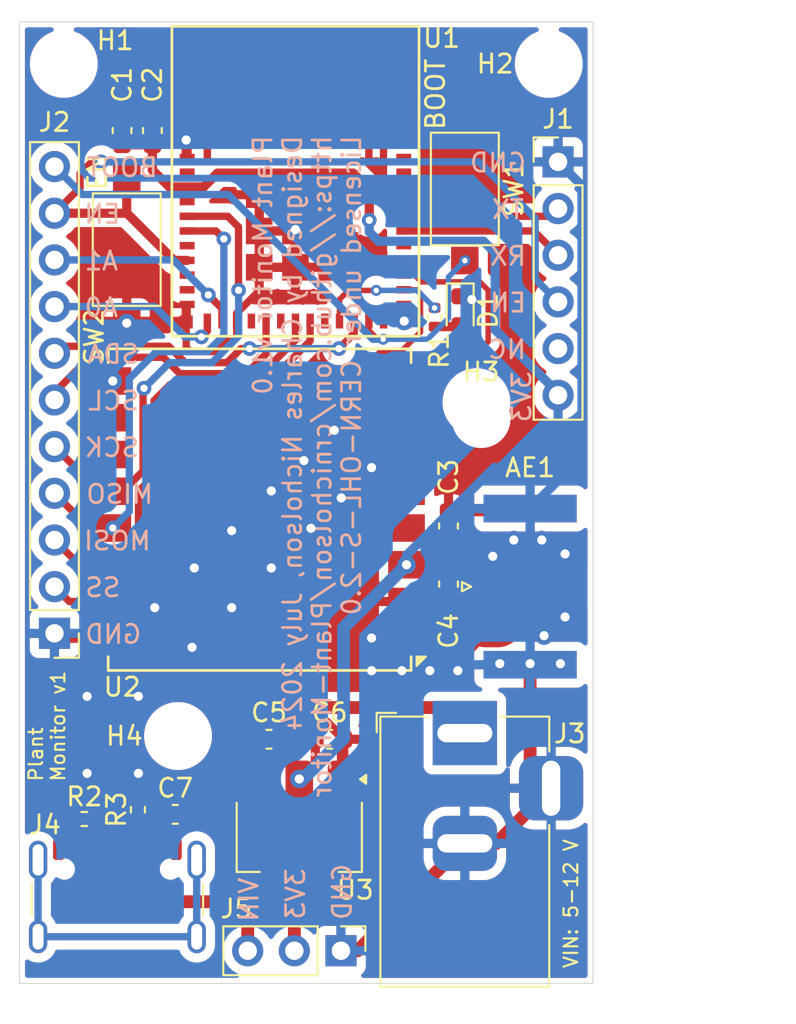
<source format=kicad_pcb>
(kicad_pcb (version 20240108) (generator "pcbnew") (generator_version "8.0")
  (layers (0 "F.Cu" signal) (31 "B.Cu" signal) (34 "B.Paste" user) (35 "F.Paste" user) (36 "B.SilkS" user "B.Silkscreen") (37 "F.SilkS" user "F.Silkscreen") (38 "B.Mask" user) (39 "F.Mask" user) (44 "Edge.Cuts" user))
  (net 0 "")
  (net 1 "VCC")
  (net 2 "GND")
  (net 3 "+3.3V")
  (net 4 "Net-(D2-A)")
  (net 6 "TX")
  (net 7 "EN")
  (net 8 "RX")
  (net 9 "SCK")
  (net 10 "A0")
  (net 11 "BOOT")
  (net 12 "SCL")
  (net 13 "SS")
  (net 14 "A1")
  (net 15 "MISO")
  (net 16 "MOSI")
  (net 17 "SDA")
  (net 18 "unconnected-(J4-SHIELD-PadS1)")
  (net 20 "D+")
  (net 21 "D-")
  (net 23 "Net-(J4-CC2)")
  (net 24 "Net-(J4-CC1)")
  (net 25 "D7")
  (net 43 "LORA_RST")
  (net 47 "DIO0")
  (net 49 "Net-(AE2-A)")
  (footprint "Resistor_SMD:R_0402_1005Metric" (layer "F.Cu") (at 198.474 130.627 90)
    (property "Reference" "R3")
    (property "Value" "5.1 K")
  )
  (footprint "Connector_Coaxial:SMA_Amphenol_132289_EdgeMount" (layer "F.Cu") (at 219.837 118.491)
    (property "Reference" "AE1")
    (property "Value" "Antenna")
  )
  (footprint "LED_SMD:LED_0603_1608Metric" (layer "F.Cu") (at 216.027 103.4795 -90)
    (property "Reference" "D1")
    (property "Value" "RED")
  )
  (footprint "Capacitor_SMD:C_0603_1608Metric" (layer "F.Cu") (at 215.392 118.351 -90)
    (property "Reference" "C4")
    (property "Value" "100 nF")
  )
  (footprint "ESP32-C3-MINI-1-N4:ESP32-C3-MINI-1_EXP" (layer "F.Cu") (at 207.0544 96.4317)
    (property "Reference" "U1")
    (property "Value" "ESP32-C3-MINI-1-N4")
  )
  (footprint "Connector_PinHeader_2.54mm:PinHeader_1x03_P2.54mm_Vertical" (layer "F.Cu") (at 209.535 138.303 -90)
    (property "Reference" "J5")
    (property "Value" "Power")
  )
  (footprint "Capacitor_SMD:C_0603_1608Metric" (layer "F.Cu") (at 199.263 93.675 90)
    (property "Reference" "C2")
    (property "Value" "100 nF")
  )
  (footprint "MountingHole:MountingHole_3.2mm_M3" (layer "F.Cu") (at 200.66 126.619)
    (property "Reference" "H4")
    (property "Value" "Hole")
  )
  (footprint "Resistor_SMD:R_0402_1005Metric" (layer "F.Cu") (at 214.63 103.833 90)
    (property "Reference" "R1")
    (property "Value" "1 K")
  )
  (footprint "MountingHole:MountingHole_3.2mm_M3" (layer "F.Cu") (at 194.437 90.043)
    (property "Reference" "H1")
    (property "Value" "Hole")
  )
  (footprint "Resistor_SMD:R_0402_1005Metric" (layer "F.Cu") (at 195.553 131.135 180)
    (property "Reference" "R2")
    (property "Value" "5.1 K")
  )
  (footprint "Capacitor_SMD:C_0603_1608Metric" (layer "F.Cu") (at 197.612 93.675 90)
    (property "Reference" "C1")
    (property "Value" "10 uF")
  )
  (footprint "Connector_PinHeader_2.54mm:PinHeader_1x11_P2.54mm_Vertical" (layer "F.Cu") (at 193.929 121.031 180)
    (property "Reference" "J2")
    (property "Value" "Header")
  )
  (footprint "Capacitor_SMD:C_0603_1608Metric" (layer "F.Cu") (at 205.613 126.796 180)
    (property "Reference" "C5")
    (property "Value" "10 uF")
  )
  (footprint "MountingHole:MountingHole_3.2mm_M3" (layer "F.Cu") (at 217.17 109.347)
    (property "Reference" "H3")
    (property "Value" "Hole")
  )
  (footprint "Button_Switch_SMD:SW_SPST_CK_RS282G05A3" (layer "F.Cu") (at 216.281 96.85 -90)
    (property "Reference" "SW1")
    (property "Value" "Boot")
  )
  (footprint "Capacitor_SMD:C_0603_1608Metric" (layer "F.Cu") (at 200.506 130.881)
    (property "Reference" "C7")
    (property "Value" "100 nF")
  )
  (footprint "Button_Switch_SMD:SW_SPST_CK_RS282G05A3" (layer "F.Cu") (at 197.866 100.152 90)
    (property "Reference" "SW2")
    (property "Value" "EN")
  )
  (footprint "Capacitor_SMD:C_0603_1608Metric" (layer "F.Cu") (at 215.392 115.189 90)
    (property "Reference" "C3")
    (property "Value" "10 uF")
  )
  (footprint "Package_TO_SOT_SMD:SOT-223-3_TabPin2" (layer "F.Cu") (at 207.264 132.105 -90)
    (property "Reference" "U3")
    (property "Value" "AMS1117-3.3")
  )
  (footprint "Connector_USB:USB_C_Receptacle_GCT_USB4105-xx-A_16P_TopMnt_Horizontal" (layer "F.Cu") (at 197.356 136.466)
    (property "Reference" "J4")
    (property "Value" "USB-C")
  )
  (footprint "Capacitor_SMD:C_0603_1608Metric" (layer "F.Cu") (at 208.915 126.796)
    (property "Reference" "C6")
    (property "Value" "100 nF")
  )
  (footprint "RF_Module:Ai-Thinker-Ra-01-LoRa" (layer "F.Cu") (at 205.105 114.3 180)
    (property "Reference" "U2")
    (property "Value" "Ra-01")
  )
  (footprint "Connector_BarrelJack:BarrelJack_Horizontal" (layer "F.Cu") (at 216.281 126.461 90)
    (property "Reference" "J3")
    (property "Value" "5-12 V")
  )
  (footprint "Connector_PinHeader_2.54mm:PinHeader_1x06_P2.54mm_Vertical" (layer "F.Cu") (at 221.361 95.377)
    (property "Reference" "J1")
    (property "Value" "FTDI")
  )
  (footprint "MountingHole:MountingHole_3.2mm_M3" (layer "F.Cu") (at 220.853 90.043)
    (property "Reference" "H2")
    (property "Value" "Hole")
  )
  (gr_line (start 192.024 87.757) (end 223.266 87.757) (stroke (width 0.05)) (layer "Edge.Cuts"))
  (gr_line (start 223.266 87.757) (end 223.266 140.081) (stroke (width 0.05)) (layer "Edge.Cuts"))
  (gr_line (start 223.266 140.081) (end 192.024 140.081) (stroke (width 0.05)) (layer "Edge.Cuts"))
  (gr_line (start 192.024 140.081) (end 192.024 87.757) (stroke (width 0.05)) (layer "Edge.Cuts"))
  (gr_text "RX" (at 219.71 101.092 0) (layer "B.SilkS") (effects (font (size 1 1)) (justify left bottom mirror)))
  (gr_text "MISO" (at 199.39 114.046 0) (layer "B.SilkS") (effects (font (size 1 1)) (justify left bottom mirror)))
  (gr_text "3V3" (at 207.645 133.731 90) (layer "B.SilkS") (effects (font (size 1 1)) (justify left bottom mirror)))
  (gr_text "SCK" (at 198.628 111.506 0) (layer "B.SilkS") (effects (font (size 1 1)) (justify left bottom mirror)))
  (gr_text "A0" (at 197.485 103.886 0) (layer "B.SilkS") (effects (font (size 1 1)) (justify left bottom mirror)))
  (gr_text "BOOT\n" (at 199.644 96.266 0) (layer "B.SilkS") (effects (font (size 1 1)) (justify left bottom mirror)))
  (gr_text "EN" (at 219.71 103.632 0) (layer "B.SilkS") (effects (font (size 1 1)) (justify left bottom mirror)))
  (gr_text "EN" (at 197.612 98.806 -0) (layer "B.SilkS") (effects (font (size 1 1)) (justify left bottom mirror)))
  (gr_text "VIN" (at 205.105 134.239 90) (layer "B.SilkS") (effects (font (size 1 1)) (justify left bottom mirror)))
  (gr_text "SCL" (at 198.628 108.966 0) (layer "B.SilkS") (effects (font (size 1 1)) (justify left bottom mirror)))
  (gr_text "TX" (at 219.583 98.552 0) (layer "B.SilkS") (effects (font (size 1 1)) (justify left bottom mirror)))
  (gr_text "GND\n" (at 198.755 121.666 0) (layer "B.SilkS") (effects (font (size 1 1)) (justify left bottom mirror)))
  (gr_text "MOSI\n" (at 199.263 116.586 0) (layer "B.SilkS") (effects (font (size 1 1)) (justify left bottom mirror)))
  (gr_text "SDA\n" (at 198.628 106.426 0) (layer "B.SilkS") (effects (font (size 1 1)) (justify left bottom mirror)))
  (gr_text "NC" (at 219.71 106.172 0) (layer "B.SilkS") (effects (font (size 1 1)) (justify left bottom mirror)))
  (gr_text "A1\n" (at 197.485 101.346 0) (layer "B.SilkS") (effects (font (size 1 1)) (justify left bottom mirror)))
  (gr_text "GND" (at 219.71 96.012 0) (layer "B.SilkS") (effects (font (size 1 1)) (justify left bottom mirror)))
  (gr_text "GND" (at 210.185 133.477 90) (layer "B.SilkS") (effects (font (size 1 1)) (justify left bottom mirror)))
  (gr_text "SS" (at 197.612 119.126 0) (layer "B.SilkS") (effects (font (size 1 1)) (justify left bottom mirror)))
  (gr_text "3V3" (at 219.964 106.68 90) (layer "B.SilkS") (effects (font (size 1 1)) (justify left bottom mirror)))
  (gr_text "Plant Monitor v1.0\nDesigned by Charles Nicholson, July 2024\nhttps://github.com/crnicholson/Plant-Monitor\nLicensed under CERN-OHL-S-2.0" (at 210.693 93.853 90) (layer "B.SilkS") (effects (font (size 1 1)) (justify left bottom mirror)))
  (gr_text "BOOT" (at 215.265 93.726 90) (layer "F.SilkS") (effects (font (size 1 1)) (justify left bottom)))
  (gr_text "EN" (at 196.85 97.028 90) (layer "F.SilkS") (effects (font (size 1 1)) (justify left bottom)))
  (gr_text "Plant \nMonitor v1" (at 194.564 129.159 90) (layer "F.SilkS") (effects (font (size 0.75 0.75) (thickness 0.12)) (justify left bottom)))
  (gr_text "VIN: 5-12 V" (at 222.504 139.319 90) (layer "F.SilkS") (effects (font (size 0.75 0.75) (thickness 0.12)) (justify left bottom)))
  (segment (start 195.935 134.311) (end 195.426 133.802) (width 0.5) (layer "F.Cu") (net 1))
  (segment (start 199.756 130.906) (end 199.731 130.881) (width 0.5) (layer "F.Cu") (net 1))
  (segment (start 194.956 133.325695) (end 195.426 133.795695) (width 0.3) (layer "F.Cu") (net 1))
  (segment (start 204.838 126.796) (end 204.838 128.829) (width 0.5) (layer "F.Cu") (net 1))
  (segment (start 199.756 132.786) (end 199.756 130.906) (width 0.5) (layer "F.Cu") (net 1))
  (segment (start 214.891 125.071) (end 206.53575 125.071) (width 0.7) (layer "F.Cu") (net 1))
  (segment (start 204.455 129.464) (end 204.964 128.955) (width 0.7) (layer "F.Cu") (net 1))
  (segment (start 194.956 132.786) (end 194.956 133.325695) (width 0.3) (layer "F.Cu") (net 1))
  (segment (start 216.281 126.461) (end 214.891 125.071) (width 0.7) (layer "F.Cu") (net 1))
  (segment (start 198.854 134.311) (end 195.935 134.311) (width 0.5) (layer "F.Cu") (net 1))
  (segment (start 199.756 133.325695) (end 199.756 132.786) (width 0.3) (layer "F.Cu") (net 1))
  (segment (start 199.236 133.929) (end 199.236 133.845695) (width 0.3) (layer "F.Cu") (net 1))
  (segment (start 204.455 135.636) (end 200.179 135.636) (width 0.7) (layer "F.Cu") (net 1))
  (segment (start 204.838 126.76875) (end 204.838 126.796) (width 0.7) (layer "F.Cu") (net 1))
  (segment (start 204.838 128.829) (end 204.964 128.955) (width 0.5) (layer "F.Cu") (net 1))
  (segment (start 204.455 138.303) (end 204.455 135.636) (width 0.7) (layer "F.Cu") (net 1))
  (segment (start 199.236 133.845695) (end 199.756 133.325695) (width 0.3) (layer "F.Cu") (net 1))
  (segment (start 200.179 135.636) (end 198.854 134.311) (width 0.7) (layer "F.Cu") (net 1))
  (segment (start 206.53575 125.071) (end 204.838 126.76875) (width 0.7) (layer "F.Cu") (net 1))
  (segment (start 199.236 133.929) (end 198.854 134.311) (width 0.5) (layer "F.Cu") (net 1))
  (segment (start 204.455 135.636) (end 204.455 129.464) (width 0.7) (layer "F.Cu") (net 1))
  (segment (start 195.426 133.795695) (end 195.426 133.802) (width 0.3) (layer "F.Cu") (net 1))
  (segment (start 215.392 114.414) (end 219.664 114.414) (width 0.5) (layer "F.Cu") (net 2))
  (segment (start 209.0294 101.1118) (end 209.0294 97.1618) (width 0.5) (layer "F.Cu") (net 2))
  (segment (start 200.556 132.786) (end 200.556 131.606) (width 0.5) (layer "F.Cu") (net 2))
  (segment (start 201.154402 95.1368) (end 201.154402 94.236802) (width 0.5) (layer "F.Cu") (net 2))
  (segment (start 200.5498 94.1868) (end 199.263 92.9) (width 0.5) (layer "F.Cu") (net 2))
  (segment (start 209.564 126.922) (end 209.69 126.796) (width 0.5) (layer "F.Cu") (net 2))
  (segment (start 201.1044 104.0868) (end 201.0696 104.052) (width 0.5) (layer "F.Cu") (net 2))
  (segment (start 201.333 105.702) (end 201.1044 105.4734) (width 0.4) (layer "F.Cu") (net 2))
  (segment (start 210.439 138.303) (end 216.281 132.461) (width 0.7) (layer "F.Cu") (net 2))
  (segment (start 201.0696 104.052) (end 197.866 104.052) (width 0.5) (layer "F.Cu") (net 2))
  (segment (start 209.564 128.955) (end 209.564 126.922) (width 0.5) (layer "F.Cu") (net 2))
  (segment (start 197.105 107.3) (end 197.755 107.3) (width 0.5) (layer "F.Cu") (net 2))
  (segment (start 203.854401 103.612599) (end 205.0794 102.3876) (width 0.4) (layer "F.Cu") (net 2))
  (segment (start 197.105 121.3) (end 194.198 121.3) (width 0.5) (layer "F.Cu") (net 2))
  (segment (start 207.313 125.871) (end 208.765 125.871) (width 0.5) (layer "F.Cu") (net 2))
  (segment (start 194.198 121.3) (end 193.929 121.031) (width 0.5) (layer "F.Cu") (net 2))
  (segment (start 209.0294 101.1118) (end 205.0794 101.1118) (width 0.5) (layer "F.Cu") (net 2))
  (segment (start 216.027 102.692) (end 216.484 102.692) (width 0.4) (layer "F.Cu") (net 2))
  (segment (start 200.556 131.606) (end 201.281 130.881) (width 0.5) (layer "F.Cu") (net 2))
  (segment (start 213.279 119.126) (end 213.105 119.3) (width 0.5) (layer "F.Cu") (net 2))
  (segment (start 201.1044 94.1868) (end 200.5498 94.1868) (width 0.5) (layer "F.Cu") (net 2))
  (segment (start 203.854401 104.0368) (end 203.854401 104.891499) (width 0.4) (layer "F.Cu") (net 2))
  (segment (start 216.484 102.692) (end 216.662 102.87) (width 0.4) (layer "F.Cu") (net 2))
  (segment (start 201.1044 105.4734) (end 201.1044 104.0868) (width 0.4) (layer "F.Cu") (net 2))
  (segment (start 219.664 114.414) (end 219.837 114.241) (width 0.5) (layer "F.Cu") (net 2))
  (segment (start 220.981 129.158) (end 219.837 128.014) (width 0.7) (layer "F.Cu") (net 2))
  (segment (start 207.0544 99.06) (end 207.0544 101.1118) (width 0.5) (layer "F.Cu") (net 2))
  (segment (start 219.837 128.014) (end 219.837 122.741) (width 0.7) (layer "F.Cu") (net 2))
  (segment (start 201.154402 104.036798) (end 201.1044 104.0868) (width 0.4) (layer "F.Cu") (net 2))
  (segment (start 203.854401 104.0368) (end 203.854401 103.612599) (width 0.4) (layer "F.Cu") (net 2))
  (segment (start 205.0794 102.3876) (end 205.0794 101.1118) (width 0.4) (layer "F.Cu") (net 2))
  (segment (start 201.154402 103.1368) (end 201.154402 104.036798) (width 0.4) (layer "F.Cu") (net 2))
  (segment (start 203.854401 104.891499) (end 203.0439 105.702) (width 0.4) (layer "F.Cu") (net 2))
  (segment (start 205.0794 97.1618) (end 205.0794 101.1118) (width 0.5) (layer "F.Cu") (net 2))
  (segment (start 213.0044 94.1868) (end 201.1044 94.1868) (width 0.5) (layer "F.Cu") (net 2))
  (segment (start 194.156 132.022) (end 194.156 132.786) (width 0.5) (layer "F.Cu") (net 2))
  (segment (start 216.281 132.461) (end 217.981 132.461) (width 0.7) (layer "F.Cu") (net 2))
  (segment (start 208.765 125.871) (end 209.69 126.796) (width 0.5) (layer "F.Cu") (net 2))
  (segment (start 205.0794 99.1368) (end 209.0294 99.1368) (width 0.5) (layer "F.Cu") (net 2))
  (segment (start 203.0439 105.702) (end 201.333 105.702) (width 0.4) (layer "F.Cu") (net 2))
  (segment (start 217.981 132.461) (end 220.981 129.461) (width 0.7) (layer "F.Cu") (net 2))
  (segment (start 207.0544 99.1368) (end 207.0544 99.06) (width 0.4) (layer "F.Cu") (net 2))
  (segment (start 205.0794 97.1618) (end 209.0294 97.1618) (width 0.5) (layer "F.Cu") (net 2))
  (segment (start 195.043 131.135) (end 194.156 132.022) (width 0.5) (layer "F.Cu") (net 2))
  (segment (start 215.392 119.126) (end 213.279 119.126) (width 0.5) (layer "F.Cu") (net 2))
  (segment (start 202.254402 94.2368) (end 201.1544 94.2368) (width 0.4) (layer "F.Cu") (net 2))
  (segment (start 207.0544 97.1618) (end 207.0544 99.06) (width 0.5) (layer "F.Cu") (net 2))
  (segment (start 220.981 129.461) (end 220.981 129.158) (width 0.7) (layer "F.Cu") (net 2))
  (segment (start 206.388 126.796) (end 207.313 125.871) (width 0.5) (layer "F.Cu") (net 2))
  (segment (start 199.263 92.9) (end 197.612 92.9) (width 0.5) (layer "F.Cu") (net 2))
  (segment (start 213.0044 104.065402) (end 212.979 104.040002) (width 0.4) (layer "F.Cu") (net 2))
  (segment (start 209.535 138.303) (end 210.439 138.303) (width 0.7) (layer "F.Cu") (net 2))
  (segment (start 201.154402 94.236802) (end 201.1044 94.1868) (width 0.5) (layer "F.Cu") (net 2))
  (segment (start 201.1544 94.2368) (end 201.1044 94.1868) (width 0.4) (layer "F.Cu") (net 2))
  (segment (start 213.0044 104.0868) (end 213.0044 104.065402) (width 0.4) (layer "F.Cu") (net 2))
  (via (at 207.0544 99.06) (size 1) (drill 0.5) (layers "F.Cu" "B.Cu") (net 2))
  (via (at 214.376 123.063) (size 1) (drill 0.5) (layers "F.Cu" "B.Cu") (net 2))
  (via (at 212.979 104.040002) (size 1) (drill 0.5) (layers "F.Cu" "B.Cu") (net 2))
  (via (at 221.742 116.713) (size 1) (drill 0.5) (layers "F.Cu" "B.Cu") (net 2))
  (via (at 195.707 124.46) (size 1) (drill 0.5) (layers "F.Cu" "B.Cu") (net 2))
  (via (at 195.707 128.651) (size 1) (drill 0.5) (layers "F.Cu" "B.Cu") (net 2))
  (via (at 205.74 113.284) (size 1) (drill 0.5) (layers "F.Cu" "B.Cu") (net 2))
  (via (at 221.488 122.682) (size 1) (drill 0.5) (layers "F.Cu" "B.Cu") (net 2))
  (via (at 198.501 128.651) (size 1) (drill 0.5) (layers "F.Cu" "B.Cu") (net 2))
  (via (at 217.805 116.84) (size 1) (drill 0.5) (layers "F.Cu" "B.Cu") (net 2))
  (via (at 201.422 121.793) (size 1) (drill 0.5) (layers "F.Cu" "B.Cu") (net 2))
  (via (at 219.837 122.682) (size 1) (drill 0.5) (layers "F.Cu" "B.Cu") (net 2))
  (via (at 207.518 111.633) (size 1) (drill 0.5) (layers "F.Cu" "B.Cu") (net 2))
  (via (at 212.852 123.063) (size 1) (drill 0.5) (layers "F.Cu" "B.Cu") (net 2))
  (via (at 207.899 115.316) (size 1) (drill 0.5) (layers "F.Cu" "B.Cu") (net 2))
  (via (at 198.501 124.46) (size 1) (drill 0.5) (layers "F.Cu" "B.Cu") (net 2))
  (via (at 211.201 123.063) (size 1) (drill 0.5) (layers "F.Cu" "B.Cu") (net 2))
  (via (at 221.742 120.142) (size 1) (drill 0.5) (layers "F.Cu" "B.Cu") (net 2))
  (via (at 203.581 119.634) (size 1) (drill 0.5) (layers "F.Cu" "B.Cu") (net 2))
  (via (at 201.1044 94.1868) (size 1) (drill 0.5) (layers "F.Cu" "B.Cu") (net 2))
  (via (at 216.662 102.87) (size 1) (drill 0.5) (layers "F.Cu" "B.Cu") (net 2))
  (via (at 199.39 119.634) (size 1) (drill 0.5) (layers "F.Cu" "B.Cu") (net 2))
  (via (at 211.201 121.285) (size 1) (drill 0.5) (layers "F.Cu" "B.Cu") (net 2))
  (via (at 211.201 112.014) (size 1) (drill 0.5) (layers "F.Cu" "B.Cu") (net 2))
  (via (at 220.599 121.158) (size 1) (drill 0.5) (layers "F.Cu" "B.Cu") (net 2))
  (via (at 209.55 113.665) (size 1) (drill 0.5) (layers "F.Cu" "B.Cu") (net 2))
  (via (at 197.105 107.3) (size 1) (drill 0.5) (layers "F.Cu" "B.Cu") (net 2))
  (via (at 218.948 115.951) (size 1) (drill 0.5) (layers "F.Cu" "B.Cu") (net 2))
  (via (at 197.866 104.151) (size 1) (drill 0.5) (layers "F.Cu" "B.Cu") (net 2))
  (via (at 205.74 117.475) (size 1) (drill 0.5) (layers "F.Cu" "B.Cu") (net 2))
  (via (at 201.549 117.475) (size 1) (drill 0.5) (layers "F.Cu" "B.Cu") (net 2))
  (via (at 220.472 115.951) (size 1) (drill 0.5) (layers "F.Cu" "B.Cu") (net 2))
  (via (at 218.186 122.682) (size 1) (drill 0.5) (layers "F.Cu" "B.Cu") (net 2))
  (via (at 203.581 115.443) (size 1) (drill 0.5) (layers "F.Cu" "B.Cu") (net 2))
  (via (at 215.9 123.063) (size 1) (drill 0.5) (layers "F.Cu" "B.Cu") (net 2))
  (via (at 209.169 109.982) (size 1) (drill 0.5) (layers "F.Cu" "B.Cu") (net 2))
  (segment (start 222.661 111.417) (end 219.837 114.241) (width 0.5) (layer "B.Cu") (net 2))
  (segment (start 197.866 104.151) (end 197.105 104.912) (width 0.5) (layer "B.Cu") (net 2))
  (segment (start 221.361 95.377) (end 222.661 96.677) (width 0.5) (layer "B.Cu") (net 2))
  (segment (start 197.105 104.912) (end 197.105 107.3) (width 0.5) (layer "B.Cu") (net 2))
  (segment (start 222.661 96.677) (end 222.661 111.417) (width 0.5) (layer "B.Cu") (net 2))
  (segment (start 201.154402 96.7368) (end 202.060802 96.7368) (width 0.5) (layer "F.Cu") (net 3))
  (segment (start 208.14 126.796) (end 208.14 128.079) (width 0.5) (layer "F.Cu") (net 3))
  (segment (start 213.381 117.576) (end 213.105 117.3) (width 0.5) (layer "F.Cu") (net 3))
  (segment (start 207.264 135.255) (end 207.264 128.955) (width 0.7) (layer "F.Cu") (net 3))
  (segment (start 202.060802 96.7368) (end 202.809702 95.9879) (width 0.5) (layer "F.Cu") (net 3))
  (segment (start 210.2033 95.9879) (end 211.074 96.8586) (width 0.5) (layer "F.Cu") (net 3))
  (segment (start 199.263 95.821) (end 199.263 94.45) (width 0.5) (layer "F.Cu") (net 3))
  (segment (start 213.105 117.3455) (end 213.105 117.3) (width 0.5) (layer "F.Cu") (net 3))
  (segment (start 215.392 115.964) (end 215.392 117.576) (width 0.5) (layer "F.Cu") (net 3))
  (segment (start 201.154402 96.7368) (end 200.1788 96.7368) (width 0.5) (layer "F.Cu") (net 3))
  (segment (start 202.809702 95.9879) (end 210.2033 95.9879) (width 0.5) (layer "F.Cu") (net 3))
  (segment (start 213.105 117.3) (end 215.116 117.3) (width 0.5) (layer "F.Cu") (net 3))
  (segment (start 215.116 117.3) (end 215.392 117.576) (width 0.5) (layer "F.Cu") (net 3))
  (segment (start 208.14 128.079) (end 207.264 128.955) (width 0.5) (layer "F.Cu") (net 3))
  (segment (start 211.074 96.8586) (end 211.074 98.552) (width 0.5) (layer "F.Cu") (net 3))
  (segment (start 199.263 94.45) (end 197.612 94.45) (width 0.5) (layer "F.Cu") (net 3))
  (segment (start 206.995 135.524) (end 207.264 135.255) (width 0.7) (layer "F.Cu") (net 3))
  (segment (start 206.995 138.303) (end 206.995 135.524) (width 0.7) (layer "F.Cu") (net 3))
  (segment (start 200.1788 96.7368) (end 199.263 95.821) (width 0.5) (layer "F.Cu") (net 3))
  (via (at 211.074 98.552) (size 0.8) (drill 0.4) (layers "F.Cu" "B.Cu") (net 3))
  (via (at 207.264 128.955) (size 1) (drill 0.5) (layers "F.Cu" "B.Cu") (net 3))
  (via (at 213.105 117.3) (size 1) (drill 0.5) (layers "F.Cu" "B.Cu") (net 3))
  (segment (start 207.468 128.955) (end 207.264 128.955) (width 0.7) (layer "B.Cu") (net 3))
  (segment (start 219.329 112.014) (end 221.361 109.982) (width 0.5) (layer "B.Cu") (net 3))
  (segment (start 213.105 117.3) (end 209.677 120.728) (width 0.7) (layer "B.Cu") (net 3))
  (segment (start 217.874 112.014) (end 219.329 112.014) (width 0.5) (layer "B.Cu") (net 3))
  (segment (start 217.297 99.695) (end 217.932 100.33) (width 0.5) (layer "B.Cu") (net 3))
  (segment (start 213.105 116.783) (end 217.874 112.014) (width 0.5) (layer "B.Cu") (net 3))
  (segment (start 217.932 100.33) (end 217.932 104.521) (width 0.5) (layer "B.Cu") (net 3))
  (segment (start 209.677 120.728) (end 209.677 126.746) (width 0.7) (layer "B.Cu") (net 3))
  (segment (start 217.932 104.521) (end 221.361 107.95) (width 0.5) (layer "B.Cu") (net 3))
  (segment (start 221.361 109.982) (end 221.361 108.077) (width 0.5) (layer "B.Cu") (net 3))
  (segment (start 211.074 99.187) (end 211.582 99.695) (width 0.5) (layer "B.Cu") (net 3))
  (segment (start 221.361 107.95) (end 221.361 108.077) (width 0.5) (layer "B.Cu") (net 3))
  (segment (start 211.074 98.552) (end 211.074 99.187) (width 0.5) (layer "B.Cu") (net 3))
  (segment (start 213.105 117.3) (end 213.105 116.783) (width 0.5) (layer "B.Cu") (net 3))
  (segment (start 211.582 99.695) (end 217.297 99.695) (width 0.5) (layer "B.Cu") (net 3))
  (segment (start 209.677 126.746) (end 207.468 128.955) (width 0.7) (layer "B.Cu") (net 3))
  (segment (start 214.63 104.343) (end 215.951 104.343) (width 0.5) (layer "F.Cu") (net 4))
  (segment (start 215.951 104.343) (end 216.027 104.267) (width 0.5) (layer "F.Cu") (net 4))
  (segment (start 212.954398 98.336799) (end 220.941201 98.336799) (width 0.4) (layer "F.Cu") (net 6))
  (segment (start 220.941201 98.336799) (end 221.361 97.917) (width 0.4) (layer "F.Cu") (net 6))
  (segment (start 197.866 98.157999) (end 197.852999 98.171) (width 0.5) (layer "F.Cu") (net 7))
  (segment (start 200.4448 100.736799) (end 201.154402 100.736799) (width 0.5) (layer "F.Cu") (net 7))
  (segment (start 197.852999 98.171) (end 193.929 98.171) (width 0.5) (layer "F.Cu") (net 7))
  (segment (start 195.961 95.377) (end 195.326 96.012) (width 0.4) (layer "F.Cu") (net 7))
  (segment (start 196.469 95.377) (end 195.961 95.377) (width 0.4) (layer "F.Cu") (net 7))
  (segment (start 195.326 96.012) (end 195.326 96.774) (width 0.4) (layer "F.Cu") (net 7))
  (segment (start 197.866 97.409) (end 197.866 98.157999) (width 0.5) (layer "F.Cu") (net 7))
  (segment (start 195.326 96.774) (end 193.929 98.171) (width 0.4) (layer "F.Cu") (net 7))
  (segment (start 197.866 96.252) (end 197.866 97.409) (width 0.5) (layer "F.Cu") (net 7))
  (segment (start 197.866 98.157999) (end 200.4448 100.736799) (width 0.5) (layer "F.Cu") (net 7))
  (via (at 196.469 95.377) (size 0.8) (drill 0.4) (layers "F.Cu" "B.Cu") (net 7))
  (segment (start 217.043 95.377) (end 220.111 98.445) (width 0.4) (layer "B.Cu") (net 7))
  (segment (start 220.111 98.445) (end 220.111 101.747) (width 0.4) (layer "B.Cu") (net 7))
  (segment (start 196.469 95.377) (end 217.043 95.377) (width 0.4) (layer "B.Cu") (net 7))
  (segment (start 220.111 101.747) (end 221.361 102.997) (width 0.4) (layer "B.Cu") (net 7))
  (segment (start 220.0408 99.1368) (end 221.361 100.457) (width 0.4) (layer "F.Cu") (net 8))
  (segment (start 212.954398 99.1368) (end 220.0408 99.1368) (width 0.4) (layer "F.Cu") (net 8))
  (segment (start 197.655 113.3) (end 197.105 113.3) (width 0.4) (layer "F.Cu") (net 9))
  (segment (start 193.929 110.871) (end 196.358 113.3) (width 0.4) (layer "F.Cu") (net 9))
  (segment (start 203.9555 98.9265) (end 203.365799 98.336799) (width 0.4) (layer "F.Cu") (net 9))
  (segment (start 203.365799 98.336799) (end 201.154402 98.336799) (width 0.4) (layer "F.Cu") (net 9))
  (segment (start 198.805 107.696) (end 198.755 107.746) (width 0.4) (layer "F.Cu") (net 9))
  (segment (start 196.358 113.3) (end 197.105 113.3) (width 0.4) (layer "F.Cu") (net 9))
  (segment (start 198.755 107.746) (end 198.755 112.2) (width 0.4) (layer "F.Cu") (net 9))
  (segment (start 198.755 112.2) (end 197.655 113.3) (width 0.4) (layer "F.Cu") (net 9))
  (segment (start 203.9555 102.362) (end 203.9555 98.9265) (width 0.4) (layer "F.Cu") (net 9))
  (via (at 203.9555 102.362) (size 0.8) (drill 0.4) (layers "F.Cu" "B.Cu") (net 9))
  (via (at 198.805 107.696) (size 0.8) (drill 0.4) (layers "F.Cu" "B.Cu") (net 9))
  (segment (start 200.199 106.302) (end 202.509899 106.302) (width 0.4) (layer "B.Cu") (net 9))
  (segment (start 203.962 104.849899) (end 203.962 102.3685) (width 0.4) (layer "B.Cu") (net 9))
  (segment (start 198.805 107.696) (end 200.199 106.302) (width 0.4) (layer "B.Cu") (net 9))
  (segment (start 203.962 102.3685) (end 203.9555 102.362) (width 0.4) (layer "B.Cu") (net 9))
  (segment (start 202.509899 106.302) (end 203.962 104.849899) (width 0.4) (layer "B.Cu") (net 9))
  (segment (start 201.93 104.902) (end 202.254399 104.577601) (width 0.4) (layer "F.Cu") (net 10))
  (segment (start 202.254399 104.577601) (end 202.254399 104.0368) (width 0.4) (layer "F.Cu") (net 10))
  (via (at 201.93 104.902) (size 0.8) (drill 0.4) (layers "F.Cu" "B.Cu") (net 10))
  (segment (start 201.93 104.902) (end 201.041 104.902) (width 0.4) (layer "B.Cu") (net 10))
  (segment (start 199.39 103.251) (end 193.929 103.251) (width 0.4) (layer "B.Cu") (net 10))
  (segment (start 201.041 104.902) (end 199.39 103.251) (width 0.4) (layer "B.Cu") (net 10))
  (segment (start 211.0544 104.546402) (end 211.0544 104.0368) (width 0.3) (layer "F.Cu") (net 11))
  (segment (start 211.836 105.029) (end 211.536998 105.029) (width 0.3) (layer "F.Cu") (net 11))
  (segment (start 211.536998 105.029) (end 211.0544 104.546402) (width 0.3) (layer "F.Cu") (net 11))
  (via (at 216.281 100.75) (size 0.6) (drill 0.3) (layers "F.Cu" "B.Cu") (net 11))
  (via (at 211.836 105.029) (size 0.6) (drill 0.3) (layers "F.Cu" "B.Cu") (net 11))
  (segment (start 195.453 97.155) (end 193.929 95.631) (width 0.4) (layer "B.Cu") (net 11))
  (segment (start 211.836 105.029) (end 214.249 105.029) (width 0.3) (layer "B.Cu") (net 11))
  (segment (start 211.836 105.029) (end 211.26755 105.029) (width 0.4) (layer "B.Cu") (net 11))
  (segment (start 215.392 101.639) (end 216.281 100.75) (width 0.3) (layer "B.Cu") (net 11))
  (segment (start 214.249 105.029) (end 215.392 103.886) (width 0.3) (layer "B.Cu") (net 11))
  (segment (start 211.26755 105.029) (end 203.39355 97.155) (width 0.4) (layer "B.Cu") (net 11))
  (segment (start 203.39355 97.155) (end 195.453 97.155) (width 0.4) (layer "B.Cu") (net 11))
  (segment (start 215.392 103.886) (end 215.392 101.639) (width 0.3) (layer "B.Cu") (net 11))
  (segment (start 205.454401 105.822599) (end 205.454401 104.0368) (width 0.4) (layer "F.Cu") (net 12))
  (segment (start 193.929 107.926) (end 195.845 106.01) (width 0.4) (layer "F.Cu") (net 12))
  (segment (start 204.375 106.902) (end 205.454401 105.822599) (width 0.4) (layer "F.Cu") (net 12))
  (segment (start 195.845 106.01) (end 199.863 106.01) (width 0.4) (layer "F.Cu") (net 12))
  (segment (start 199.863 106.01) (end 200.755 106.902) (width 0.4) (layer "F.Cu") (net 12))
  (segment (start 200.755 106.902) (end 204.375 106.902) (width 0.4) (layer "F.Cu") (net 12))
  (segment (start 193.929 108.331) (end 193.929 107.926) (width 0.4) (layer "F.Cu") (net 12))
  (segment (start 199.955 112.697056) (end 199.955 108.614528) (width 0.4) (layer "F.Cu") (net 13))
  (segment (start 204.872056 108.102) (end 207.854401 105.119655) (width 0.4) (layer "F.Cu") (net 13))
  (segment (start 197.655 119.3) (end 199.105 117.85) (width 0.4) (layer "F.Cu") (net 13))
  (segment (start 199.105 113.547056) (end 199.955 112.697056) (width 0.4) (layer "F.Cu") (net 13))
  (segment (start 207.854401 105.119655) (end 207.854401 104.0368) (width 0.4) (layer "F.Cu") (net 13))
  (segment (start 199.955 108.614528) (end 200.467528 108.102) (width 0.4) (layer "F.Cu") (net 13))
  (segment (start 200.467528 108.102) (end 204.872056 108.102) (width 0.4) (layer "F.Cu") (net 13))
  (segment (start 197.105 119.3) (end 197.655 119.3) (width 0.4) (layer "F.Cu") (net 13))
  (segment (start 199.105 117.85) (end 199.105 113.547056) (width 0.4) (layer "F.Cu") (net 13))
  (segment (start 194.738 119.3) (end 193.929 118.491) (width 0.4) (layer "F.Cu") (net 13))
  (segment (start 197.105 119.3) (end 194.738 119.3) (width 0.4) (layer "F.Cu") (net 13))
  (segment (start 203.0544 103.3594) (end 203.0544 104.0368) (width 0.4) (layer "F.Cu") (net 14))
  (segment (start 202.311 102.616) (end 203.0544 103.3594) (width 0.4) (layer "F.Cu") (net 14))
  (via (at 202.311 102.616) (size 0.8) (drill 0.4) (layers "F.Cu" "B.Cu") (net 14))
  (segment (start 200.406 100.711) (end 202.311 102.616) (width 0.4) (layer "B.Cu") (net 14))
  (segment (start 193.929 100.711) (end 200.406 100.711) (width 0.4) (layer "B.Cu") (net 14))
  (segment (start 195.818 115.3) (end 197.105 115.3) (width 0.4) (layer "F.Cu") (net 15))
  (segment (start 203.1555 99.568) (end 202.7243 99.1368) (width 0.4) (layer "F.Cu") (net 15))
  (segment (start 193.929 113.411) (end 195.818 115.3) (width 0.4) (layer "F.Cu") (net 15))
  (segment (start 202.7243 99.1368) (end 201.154402 99.1368) (width 0.4) (layer "F.Cu") (net 15))
  (via (at 197.105 115.3) (size 0.8) (drill 0.4) (layers "F.Cu" "B.Cu") (net 15))
  (via (at 203.1555 99.568) (size 0.8) (drill 0.4) (layers "F.Cu" "B.Cu") (net 15))
  (segment (start 203.1555 99.568) (end 203.1555 104.807871) (width 0.4) (layer "B.Cu") (net 15))
  (segment (start 199.479 105.702) (end 198.005 107.176) (width 0.4) (layer "B.Cu") (net 15))
  (segment (start 198.005 107.176) (end 198.005 114.4) (width 0.4) (layer "B.Cu") (net 15))
  (segment (start 203.1555 104.807871) (end 202.261371 105.702) (width 0.4) (layer "B.Cu") (net 15))
  (segment (start 202.261371 105.702) (end 199.479 105.702) (width 0.4) (layer "B.Cu") (net 15))
  (segment (start 198.005 114.4) (end 197.105 115.3) (width 0.4) (layer "B.Cu") (net 15))
  (segment (start 198.505 113.298528) (end 199.355 112.448528) (width 0.4) (layer "F.Cu") (net 16))
  (segment (start 197.655 117.3) (end 198.505 116.45) (width 0.4) (layer "F.Cu") (net 16))
  (segment (start 195.278 117.3) (end 193.929 115.951) (width 0.4) (layer "F.Cu") (net 16))
  (segment (start 197.105 117.3) (end 197.655 117.3) (width 0.4) (layer "F.Cu") (net 16))
  (segment (start 207.0544 105.071128) (end 207.0544 104.0368) (width 0.4) (layer "F.Cu") (net 16))
  (segment (start 197.105 117.3) (end 195.278 117.3) (width 0.4) (layer "F.Cu") (net 16))
  (segment (start 204.623528 107.502) (end 207.0544 105.071128) (width 0.4) (layer "F.Cu") (net 16))
  (segment (start 198.505 116.45) (end 198.505 113.298528) (width 0.4) (layer "F.Cu") (net 16))
  (segment (start 199.355 108.366) (end 200.219 107.502) (width 0.4) (layer "F.Cu") (net 16))
  (segment (start 199.355 112.448528) (end 199.355 108.366) (width 0.4) (layer "F.Cu") (net 16))
  (segment (start 200.219 107.502) (end 204.623528 107.502) (width 0.4) (layer "F.Cu") (net 16))
  (segment (start 204.089 105.537) (end 203.324 106.302) (width 0.4) (layer "F.Cu") (net 17))
  (segment (start 194.31 105.41) (end 193.929 105.791) (width 0.4) (layer "F.Cu") (net 17))
  (segment (start 200.152 105.41) (end 194.31 105.41) (width 0.4) (layer "F.Cu") (net 17))
  (segment (start 210.254399 104.705601) (end 210.254399 104.0368) (width 0.4) (layer "F.Cu") (net 17))
  (segment (start 209.423 105.537) (end 210.254399 104.705601) (width 0.4) (layer "F.Cu") (net 17))
  (segment (start 201.044 106.302) (end 200.152 105.41) (width 0.4) (layer "F.Cu") (net 17))
  (segment (start 204.5555 105.537) (end 204.089 105.537) (width 0.4) (layer "F.Cu") (net 17))
  (segment (start 203.324 106.302) (end 201.044 106.302) (width 0.4) (layer "F.Cu") (net 17))
  (via (at 209.423 105.537) (size 0.8) (drill 0.4) (layers "F.Cu" "B.Cu") (net 17))
  (via (at 204.5555 105.537) (size 0.8) (drill 0.4) (layers "F.Cu" "B.Cu") (net 17))
  (segment (start 204.5555 105.537) (end 209.423 105.537) (width 0.4) (layer "B.Cu") (net 17))
  (segment (start 193.036 133.361) (end 193.036 137.541) (width 0.4) (layer "B.Cu") (net 18))
  (segment (start 201.676 137.541) (end 201.676 133.361) (width 0.4) (layer "B.Cu") (net 18))
  (segment (start 193.036 137.541) (end 201.676 137.541) (width 0.4) (layer "B.Cu") (net 18))
  (segment (start 210.939 110.623106) (end 210.939 107.141106) (width 0.3) (layer "F.Cu") (net 20))
  (segment (start 198.106 132.786) (end 198.106 133.46412) (width 0.3) (layer "F.Cu") (net 20))
  (segment (start 197.106 133.46412) (end 197.106 132.786) (width 0.3) (layer "F.Cu") (net 20))
  (segment (start 217.0935 101.9045) (end 213.9185 101.9045) (width 0.3) (layer "F.Cu") (net 20))
  (segment (start 213.5508 101.5368) (end 212.954398 101.5368) (width 0.3) (layer "F.Cu") (net 20))
  (segment (start 198.106 131.778634) (end 197.35288 131.025514) (width 0.3) (layer "F.Cu") (net 20))
  (segment (start 197.85912 133.711) (end 197.35288 133.711) (width 0.3) (layer "F.Cu") (net 20))
  (segment (start 217.551 102.362) (end 217.0935 101.9045) (width 0.3) (layer "F.Cu") (net 20))
  (segment (start 210.939 107.141106) (end 211.880106 106.2) (width 0.3) (layer "F.Cu") (net 20))
  (segment (start 211.880106 106.2) (end 216.507 106.2) (width 0.3) (layer "F.Cu") (net 20))
  (segment (start 197.35288 124.209226) (end 210.939 110.623106) (width 0.3) (layer "F.Cu") (net 20))
  (segment (start 217.551 105.156) (end 217.551 102.362) (width 0.3) (layer "F.Cu") (net 20))
  (segment (start 198.106 132.786) (end 198.106 131.778634) (width 0.3) (layer "F.Cu") (net 20))
  (segment (start 216.507 106.2) (end 217.551 105.156) (width 0.3) (layer "F.Cu") (net 20))
  (segment (start 197.35288 133.711) (end 197.106 133.46412) (width 0.3) (layer "F.Cu") (net 20))
  (segment (start 213.9185 101.9045) (end 213.5508 101.5368) (width 0.3) (layer "F.Cu") (net 20))
  (segment (start 197.35288 131.025514) (end 197.35288 124.209226) (width 0.3) (layer "F.Cu") (net 20))
  (segment (start 198.106 133.46412) (end 197.85912 133.711) (width 0.3) (layer "F.Cu") (net 20))
  (segment (start 213.868 102.544001) (end 213.660798 102.336799) (width 0.3) (layer "F.Cu") (net 21))
  (segment (start 210.439 110.416) (end 210.439 106.934) (width 0.3) (layer "F.Cu") (net 21))
  (segment (start 196.606 132.10788) (end 196.85288 131.861) (width 0.3) (layer "F.Cu") (net 21))
  (segment (start 212.8234 105.679) (end 213.868 104.6344) (width 0.3) (layer "F.Cu") (net 21))
  (segment (start 213.868 104.6344) (end 213.868 102.544001) (width 0.3) (layer "F.Cu") (net 21))
  (segment (start 196.85288 131.861) (end 196.85288 124.00212) (width 0.3) (layer "F.Cu") (net 21))
  (segment (start 196.85288 124.00212) (end 210.439 110.416) (width 0.3) (layer "F.Cu") (net 21))
  (segment (start 211.694 105.679) (end 212.8234 105.679) (width 0.3) (layer "F.Cu") (net 21))
  (segment (start 197.35912 131.861) (end 197.606 132.10788) (width 0.3) (layer "F.Cu") (net 21))
  (segment (start 213.660798 102.336799) (end 212.954398 102.336799) (width 0.3) (layer "F.Cu") (net 21))
  (segment (start 196.606 132.786) (end 196.606 132.10788) (width 0.3) (layer "F.Cu") (net 21))
  (segment (start 210.439 106.934) (end 211.694 105.679) (width 0.3) (layer "F.Cu") (net 21))
  (segment (start 196.85288 131.861) (end 197.35912 131.861) (width 0.3) (layer "F.Cu") (net 21))
  (segment (start 197.606 132.10788) (end 197.606 132.786) (width 0.3) (layer "F.Cu") (net 21))
  (segment (start 199.106 131.769) (end 198.474 131.137) (width 0.3) (layer "F.Cu") (net 23))
  (segment (start 199.106 132.786) (end 199.106 131.769) (width 0.3) (layer "F.Cu") (net 23))
  (segment (start 196.106 131.182) (end 196.061 131.137) (width 0.3) (layer "F.Cu") (net 24))
  (segment (start 196.106 132.786) (end 196.106 131.182) (width 0.3) (layer "F.Cu") (net 24))
  (segment (start 209.4544 102.8616) (end 209.4544 104.0368) (width 0.3) (layer "F.Cu") (net 25))
  (segment (start 211.455 102.37) (end 209.946 102.37) (width 0.3) (layer "F.Cu") (net 25))
  (segment (start 209.946 102.37) (end 209.4544 102.8616) (width 0.3) (layer "F.Cu") (net 25))
  (via (at 211.455 102.37) (size 0.6) (drill 0.3) (layers "F.Cu" "B.Cu") (net 25))
  (via (at 214.63 103.323) (size 0.6) (drill 0.3) (layers "F.Cu" "B.Cu") (net 25))
  (segment (start 211.455 102.37) (end 213.677 102.37) (width 0.3) (layer "B.Cu") (net 25))
  (segment (start 213.677 102.37) (end 214.63 103.323) (width 0.3) (layer "B.Cu") (net 25))
  (segment (start 216.097 121.3) (end 213.105 121.3) (width 2) (layer "F.Cu") (net 49))
  (segment (start 217.430596 120.291) (end 217.106 120.291) (width 2) (layer "F.Cu") (net 49))
  (segment (start 218.037 120.291) (end 217.430596 120.291) (width 3) (layer "F.Cu") (net 49))
  (segment (start 217.106 120.291) (end 216.097 121.3) (width 2) (layer "F.Cu") (net 49))
  (segment (start 219.837 118.491) (end 218.037 120.291) (width 3) (layer "F.Cu") (net 49))
  (zone (net 2) (net_name "GND") (layers "F&B.Cu") (connect_pads (clearance 0.5)) (min_thickness 0.25) (fill yes (thermal_gap 0.5) (thermal_bridge_width 0.5))
    (polygon (pts (xy 192.024 87.757) (xy 192.024 140.081) (xy 223.266 140.081) (xy 223.266 87.757)))
  )
)
</source>
